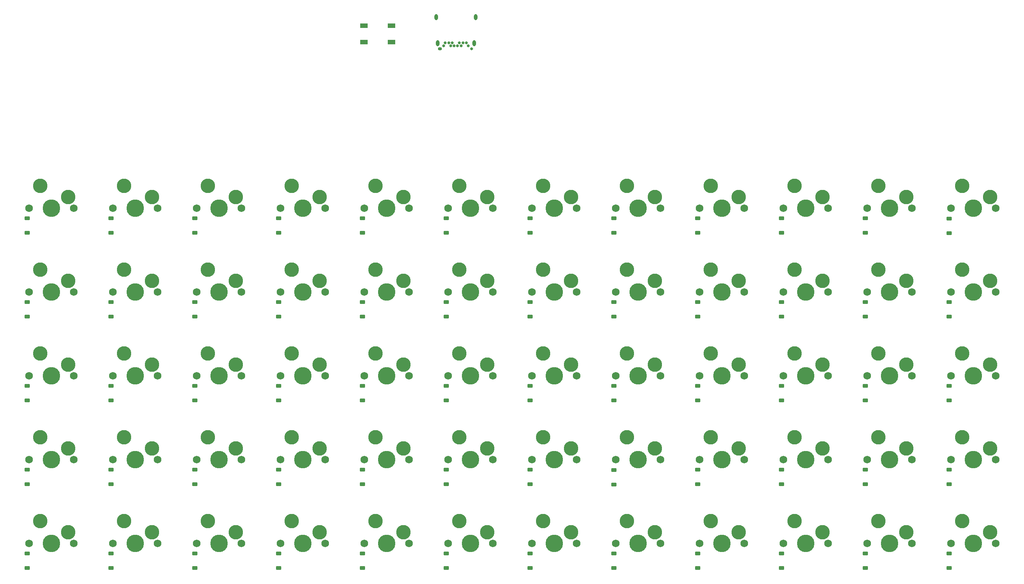
<source format=gbr>
%TF.GenerationSoftware,KiCad,Pcbnew,8.0.4*%
%TF.CreationDate,2024-09-02T18:18:05-04:00*%
%TF.ProjectId,BTKeyboardAttempt,42544b65-7962-46f6-9172-64417474656d,rev?*%
%TF.SameCoordinates,Original*%
%TF.FileFunction,Soldermask,Bot*%
%TF.FilePolarity,Negative*%
%FSLAX46Y46*%
G04 Gerber Fmt 4.6, Leading zero omitted, Abs format (unit mm)*
G04 Created by KiCad (PCBNEW 8.0.4) date 2024-09-02 18:18:05*
%MOMM*%
%LPD*%
G01*
G04 APERTURE LIST*
G04 Aperture macros list*
%AMRoundRect*
0 Rectangle with rounded corners*
0 $1 Rounding radius*
0 $2 $3 $4 $5 $6 $7 $8 $9 X,Y pos of 4 corners*
0 Add a 4 corners polygon primitive as box body*
4,1,4,$2,$3,$4,$5,$6,$7,$8,$9,$2,$3,0*
0 Add four circle primitives for the rounded corners*
1,1,$1+$1,$2,$3*
1,1,$1+$1,$4,$5*
1,1,$1+$1,$6,$7*
1,1,$1+$1,$8,$9*
0 Add four rect primitives between the rounded corners*
20,1,$1+$1,$2,$3,$4,$5,0*
20,1,$1+$1,$4,$5,$6,$7,0*
20,1,$1+$1,$6,$7,$8,$9,0*
20,1,$1+$1,$8,$9,$2,$3,0*%
G04 Aperture macros list end*
%ADD10C,1.750000*%
%ADD11C,3.987800*%
%ADD12C,3.300000*%
%ADD13C,0.650000*%
%ADD14O,0.950000X0.650000*%
%ADD15O,0.800000X1.400000*%
%ADD16RoundRect,0.225000X0.375000X-0.225000X0.375000X0.225000X-0.375000X0.225000X-0.375000X-0.225000X0*%
%ADD17R,1.800000X1.100000*%
G04 APERTURE END LIST*
D10*
%TO.C,MX30*%
X148907500Y-132556250D03*
D11*
X153987500Y-132556250D03*
D10*
X159067500Y-132556250D03*
D12*
X157797500Y-130016250D03*
X151447500Y-127476250D03*
%TD*%
D10*
%TO.C,MX13*%
X91757500Y-94456250D03*
D11*
X96837500Y-94456250D03*
D10*
X101917500Y-94456250D03*
D12*
X100647500Y-91916250D03*
X94297500Y-89376250D03*
%TD*%
D10*
%TO.C,MX23*%
X129857500Y-94456250D03*
D11*
X134937500Y-94456250D03*
D10*
X140017500Y-94456250D03*
D12*
X138747500Y-91916250D03*
X132397500Y-89376250D03*
%TD*%
D10*
%TO.C,MX21*%
X129857500Y-56356250D03*
D11*
X134937500Y-56356250D03*
D10*
X140017500Y-56356250D03*
D12*
X138747500Y-53816250D03*
X132397500Y-51276250D03*
%TD*%
D10*
%TO.C,MX52*%
X244157500Y-75406250D03*
D11*
X249237500Y-75406250D03*
D10*
X254317500Y-75406250D03*
D12*
X253047500Y-72866250D03*
X246697500Y-70326250D03*
%TD*%
D10*
%TO.C,MX16*%
X110807500Y-56356250D03*
D11*
X115887500Y-56356250D03*
D10*
X120967500Y-56356250D03*
D12*
X119697500Y-53816250D03*
X113347500Y-51276250D03*
%TD*%
D10*
%TO.C,MX56*%
X263207500Y-56356250D03*
D11*
X268287500Y-56356250D03*
D10*
X273367500Y-56356250D03*
D12*
X272097500Y-53816250D03*
X265747500Y-51276250D03*
%TD*%
D10*
%TO.C,MX60*%
X263207500Y-132556250D03*
D11*
X268287500Y-132556250D03*
D10*
X273367500Y-132556250D03*
D12*
X272097500Y-130016250D03*
X265747500Y-127476250D03*
%TD*%
D13*
%TO.C,J1*%
X154249996Y-20100000D03*
D14*
X147049996Y-20100000D03*
D13*
X147849996Y-19450000D03*
X148249996Y-18750000D03*
X149049996Y-18750000D03*
X149449996Y-19450000D03*
X149849996Y-18750000D03*
X150249996Y-19450000D03*
X151049996Y-19450000D03*
X151449996Y-18750000D03*
X151849996Y-19450000D03*
X152249996Y-18750000D03*
X153049996Y-18750000D03*
X153449996Y-19450000D03*
D15*
X155139996Y-12900000D03*
X154779996Y-18850000D03*
X146519996Y-18850000D03*
X146159996Y-12900000D03*
%TD*%
D10*
%TO.C,MX6*%
X72707500Y-94456250D03*
D11*
X77787500Y-94456250D03*
D10*
X82867500Y-94456250D03*
D12*
X81597500Y-91916250D03*
X75247500Y-89376250D03*
%TD*%
D10*
%TO.C,MX3*%
X53657500Y-75406250D03*
D11*
X58737500Y-75406250D03*
D10*
X63817500Y-75406250D03*
D12*
X62547500Y-72866250D03*
X56197500Y-70326250D03*
%TD*%
D10*
%TO.C,MX42*%
X206057500Y-75406250D03*
D11*
X211137500Y-75406250D03*
D10*
X216217500Y-75406250D03*
D12*
X214947500Y-72866250D03*
X208597500Y-70326250D03*
%TD*%
D10*
%TO.C,MX45*%
X206057500Y-132556250D03*
D11*
X211137500Y-132556250D03*
D10*
X216217500Y-132556250D03*
D12*
X214947500Y-130016250D03*
X208597500Y-127476250D03*
%TD*%
D10*
%TO.C,MX8*%
X72707500Y-113506250D03*
D11*
X77787500Y-113506250D03*
D10*
X82867500Y-113506250D03*
D12*
X81597500Y-110966250D03*
X75247500Y-108426250D03*
%TD*%
D10*
%TO.C,MX35*%
X167957500Y-132556250D03*
D11*
X173037500Y-132556250D03*
D10*
X178117500Y-132556250D03*
D12*
X176847500Y-130016250D03*
X170497500Y-127476250D03*
%TD*%
D10*
%TO.C,MX36*%
X187007500Y-56356250D03*
D11*
X192087500Y-56356250D03*
D10*
X197167500Y-56356250D03*
D12*
X195897500Y-53816250D03*
X189547500Y-51276250D03*
%TD*%
D10*
%TO.C,MX1*%
X53657500Y-56356250D03*
D11*
X58737500Y-56356250D03*
D10*
X63817500Y-56356250D03*
D12*
X62547500Y-53816250D03*
X56197500Y-51276250D03*
%TD*%
D10*
%TO.C,MX55*%
X244157500Y-132556250D03*
D11*
X249237500Y-132556250D03*
D10*
X254317500Y-132556250D03*
D12*
X253047500Y-130016250D03*
X246697500Y-127476250D03*
%TD*%
D10*
%TO.C,MX9*%
X53657500Y-132556250D03*
D11*
X58737500Y-132556250D03*
D10*
X63817500Y-132556250D03*
D12*
X62547500Y-130016250D03*
X56197500Y-127476250D03*
%TD*%
D10*
%TO.C,MX39*%
X187007500Y-113506250D03*
D11*
X192087500Y-113506250D03*
D10*
X197167500Y-113506250D03*
D12*
X195897500Y-110966250D03*
X189547500Y-108426250D03*
%TD*%
D10*
%TO.C,MX11*%
X91757500Y-56356250D03*
D11*
X96837500Y-56356250D03*
D10*
X101917500Y-56356250D03*
D12*
X100647500Y-53816250D03*
X94297500Y-51276250D03*
%TD*%
D10*
%TO.C,MX24*%
X129857500Y-113506250D03*
D11*
X134937500Y-113506250D03*
D10*
X140017500Y-113506250D03*
D12*
X138747500Y-110966250D03*
X132397500Y-108426250D03*
%TD*%
D10*
%TO.C,MX37*%
X187007500Y-75406250D03*
D11*
X192087500Y-75406250D03*
D10*
X197167500Y-75406250D03*
D12*
X195897500Y-72866250D03*
X189547500Y-70326250D03*
%TD*%
D10*
%TO.C,MX32*%
X167957500Y-75406250D03*
D11*
X173037500Y-75406250D03*
D10*
X178117500Y-75406250D03*
D12*
X176847500Y-72866250D03*
X170497500Y-70326250D03*
%TD*%
D10*
%TO.C,MX20*%
X110807500Y-132556250D03*
D11*
X115887500Y-132556250D03*
D10*
X120967500Y-132556250D03*
D12*
X119697500Y-130016250D03*
X113347500Y-127476250D03*
%TD*%
D10*
%TO.C,MX48*%
X225107500Y-94456250D03*
D11*
X230187500Y-94456250D03*
D10*
X235267500Y-94456250D03*
D12*
X233997500Y-91916250D03*
X227647500Y-89376250D03*
%TD*%
D10*
%TO.C,MX33*%
X167957500Y-94456250D03*
D11*
X173037500Y-94456250D03*
D10*
X178117500Y-94456250D03*
D12*
X176847500Y-91916250D03*
X170497500Y-89376250D03*
%TD*%
D10*
%TO.C,MX2*%
X72707500Y-56356250D03*
D11*
X77787500Y-56356250D03*
D10*
X82867500Y-56356250D03*
D12*
X81597500Y-53816250D03*
X75247500Y-51276250D03*
%TD*%
D10*
%TO.C,MX15*%
X91757500Y-132556250D03*
D11*
X96837500Y-132556250D03*
D10*
X101917500Y-132556250D03*
D12*
X100647500Y-130016250D03*
X94297500Y-127476250D03*
%TD*%
D10*
%TO.C,MX5*%
X53657500Y-94456250D03*
D11*
X58737500Y-94456250D03*
D10*
X63817500Y-94456250D03*
D12*
X62547500Y-91916250D03*
X56197500Y-89376250D03*
%TD*%
D10*
%TO.C,MX53*%
X244157500Y-94456250D03*
D11*
X249237500Y-94456250D03*
D10*
X254317500Y-94456250D03*
D12*
X253047500Y-91916250D03*
X246697500Y-89376250D03*
%TD*%
D10*
%TO.C,MX46*%
X225107500Y-56356250D03*
D11*
X230187500Y-56356250D03*
D10*
X235267500Y-56356250D03*
D12*
X233997500Y-53816250D03*
X227647500Y-51276250D03*
%TD*%
D10*
%TO.C,MX57*%
X263207500Y-75406250D03*
D11*
X268287500Y-75406250D03*
D10*
X273367500Y-75406250D03*
D12*
X272097500Y-72866250D03*
X265747500Y-70326250D03*
%TD*%
D10*
%TO.C,MX31*%
X167957500Y-56356250D03*
D11*
X173037500Y-56356250D03*
D10*
X178117500Y-56356250D03*
D12*
X176847500Y-53816250D03*
X170497500Y-51276250D03*
%TD*%
D10*
%TO.C,MX25*%
X129857500Y-132556250D03*
D11*
X134937500Y-132556250D03*
D10*
X140017500Y-132556250D03*
D12*
X138747500Y-130016250D03*
X132397500Y-127476250D03*
%TD*%
D10*
%TO.C,MX41*%
X206057500Y-56356250D03*
D11*
X211137500Y-56356250D03*
D10*
X216217500Y-56356250D03*
D12*
X214947500Y-53816250D03*
X208597500Y-51276250D03*
%TD*%
D10*
%TO.C,MX7*%
X53657500Y-113506250D03*
D11*
X58737500Y-113506250D03*
D10*
X63817500Y-113506250D03*
D12*
X62547500Y-110966250D03*
X56197500Y-108426250D03*
%TD*%
D10*
%TO.C,MX27*%
X148907500Y-75406250D03*
D11*
X153987500Y-75406250D03*
D10*
X159067500Y-75406250D03*
D12*
X157797500Y-72866250D03*
X151447500Y-70326250D03*
%TD*%
D10*
%TO.C,MX18*%
X110807500Y-94456250D03*
D11*
X115887500Y-94456250D03*
D10*
X120967500Y-94456250D03*
D12*
X119697500Y-91916250D03*
X113347500Y-89376250D03*
%TD*%
D10*
%TO.C,MX50*%
X225107500Y-132556250D03*
D11*
X230187500Y-132556250D03*
D10*
X235267500Y-132556250D03*
D12*
X233997500Y-130016250D03*
X227647500Y-127476250D03*
%TD*%
D10*
%TO.C,MX51*%
X244157500Y-56356250D03*
D11*
X249237500Y-56356250D03*
D10*
X254317500Y-56356250D03*
D12*
X253047500Y-53816250D03*
X246697500Y-51276250D03*
%TD*%
D10*
%TO.C,MX40*%
X187007500Y-132556250D03*
D11*
X192087500Y-132556250D03*
D10*
X197167500Y-132556250D03*
D12*
X195897500Y-130016250D03*
X189547500Y-127476250D03*
%TD*%
D10*
%TO.C,MX12*%
X91757500Y-75406250D03*
D11*
X96837500Y-75406250D03*
D10*
X101917500Y-75406250D03*
D12*
X100647500Y-72866250D03*
X94297500Y-70326250D03*
%TD*%
D10*
%TO.C,MX47*%
X225107500Y-75406250D03*
D11*
X230187500Y-75406250D03*
D10*
X235267500Y-75406250D03*
D12*
X233997500Y-72866250D03*
X227647500Y-70326250D03*
%TD*%
D10*
%TO.C,MX58*%
X263207500Y-94456250D03*
D11*
X268287500Y-94456250D03*
D10*
X273367500Y-94456250D03*
D12*
X272097500Y-91916250D03*
X265747500Y-89376250D03*
%TD*%
D10*
%TO.C,MX59*%
X263207500Y-113506250D03*
D11*
X268287500Y-113506250D03*
D10*
X273367500Y-113506250D03*
D12*
X272097500Y-110966250D03*
X265747500Y-108426250D03*
%TD*%
D10*
%TO.C,MX43*%
X206057500Y-94456250D03*
D11*
X211137500Y-94456250D03*
D10*
X216217500Y-94456250D03*
D12*
X214947500Y-91916250D03*
X208597500Y-89376250D03*
%TD*%
D10*
%TO.C,MX54*%
X244157500Y-113506250D03*
D11*
X249237500Y-113506250D03*
D10*
X254317500Y-113506250D03*
D12*
X253047500Y-110966250D03*
X246697500Y-108426250D03*
%TD*%
D10*
%TO.C,MX19*%
X110807500Y-113506250D03*
D11*
X115887500Y-113506250D03*
D10*
X120967500Y-113506250D03*
D12*
X119697500Y-110966250D03*
X113347500Y-108426250D03*
%TD*%
D10*
%TO.C,MX14*%
X91757500Y-113506250D03*
D11*
X96837500Y-113506250D03*
D10*
X101917500Y-113506250D03*
D12*
X100647500Y-110966250D03*
X94297500Y-108426250D03*
%TD*%
D10*
%TO.C,MX22*%
X129857500Y-75406250D03*
D11*
X134937500Y-75406250D03*
D10*
X140017500Y-75406250D03*
D12*
X138747500Y-72866250D03*
X132397500Y-70326250D03*
%TD*%
D10*
%TO.C,MX26*%
X148907500Y-56356250D03*
D11*
X153987500Y-56356250D03*
D10*
X159067500Y-56356250D03*
D12*
X157797500Y-53816250D03*
X151447500Y-51276250D03*
%TD*%
D10*
%TO.C,MX28*%
X148907500Y-94456250D03*
D11*
X153987500Y-94456250D03*
D10*
X159067500Y-94456250D03*
D12*
X157797500Y-91916250D03*
X151447500Y-89376250D03*
%TD*%
D10*
%TO.C,MX49*%
X225107500Y-113506250D03*
D11*
X230187500Y-113506250D03*
D10*
X235267500Y-113506250D03*
D12*
X233997500Y-110966250D03*
X227647500Y-108426250D03*
%TD*%
D10*
%TO.C,MX44*%
X206057500Y-113506250D03*
D11*
X211137500Y-113506250D03*
D10*
X216217500Y-113506250D03*
D12*
X214947500Y-110966250D03*
X208597500Y-108426250D03*
%TD*%
D10*
%TO.C,MX4*%
X72707500Y-75406250D03*
D11*
X77787500Y-75406250D03*
D10*
X82867500Y-75406250D03*
D12*
X81597500Y-72866250D03*
X75247500Y-70326250D03*
%TD*%
D10*
%TO.C,MX38*%
X187007500Y-94456250D03*
D11*
X192087500Y-94456250D03*
D10*
X197167500Y-94456250D03*
D12*
X195897500Y-91916250D03*
X189547500Y-89376250D03*
%TD*%
D10*
%TO.C,MX29*%
X148907500Y-113506250D03*
D11*
X153987500Y-113506250D03*
D10*
X159067500Y-113506250D03*
D12*
X157797500Y-110966250D03*
X151447500Y-108426250D03*
%TD*%
D10*
%TO.C,MX10*%
X72707500Y-132556250D03*
D11*
X77787500Y-132556250D03*
D10*
X82867500Y-132556250D03*
D12*
X81597500Y-130016250D03*
X75247500Y-127476250D03*
%TD*%
D10*
%TO.C,MX34*%
X167957500Y-113506250D03*
D11*
X173037500Y-113506250D03*
D10*
X178117500Y-113506250D03*
D12*
X176847500Y-110966250D03*
X170497500Y-108426250D03*
%TD*%
D10*
%TO.C,MX17*%
X110807500Y-75406250D03*
D11*
X115887500Y-75406250D03*
D10*
X120967500Y-75406250D03*
D12*
X119697500Y-72866250D03*
X113347500Y-70326250D03*
%TD*%
D16*
%TO.C,D11*%
X91281250Y-61975000D03*
X91281250Y-58675000D03*
%TD*%
%TO.C,D3*%
X53181250Y-80962500D03*
X53181250Y-77662500D03*
%TD*%
%TO.C,D28*%
X148431250Y-100012500D03*
X148431250Y-96712500D03*
%TD*%
%TO.C,D32*%
X167481250Y-80962500D03*
X167481250Y-77662500D03*
%TD*%
%TO.C,D12*%
X91281250Y-80962500D03*
X91281250Y-77662500D03*
%TD*%
%TO.C,D43*%
X205581250Y-100075000D03*
X205581250Y-96775000D03*
%TD*%
%TO.C,D40*%
X186531250Y-138112500D03*
X186531250Y-134812500D03*
%TD*%
%TO.C,D38*%
X186531250Y-100075000D03*
X186531250Y-96775000D03*
%TD*%
%TO.C,D49*%
X224631250Y-119062500D03*
X224631250Y-115762500D03*
%TD*%
%TO.C,D51*%
X243681250Y-61912500D03*
X243681250Y-58612500D03*
%TD*%
%TO.C,D53*%
X243681250Y-100012500D03*
X243681250Y-96712500D03*
%TD*%
%TO.C,D60*%
X262731250Y-138112500D03*
X262731250Y-134812500D03*
%TD*%
%TO.C,D5*%
X53181250Y-100012500D03*
X53181250Y-96712500D03*
%TD*%
%TO.C,D14*%
X91281250Y-119125000D03*
X91281250Y-115825000D03*
%TD*%
%TO.C,D50*%
X224631250Y-138175000D03*
X224631250Y-134875000D03*
%TD*%
%TO.C,D48*%
X224631250Y-100075000D03*
X224631250Y-96775000D03*
%TD*%
%TO.C,D10*%
X72231250Y-138175000D03*
X72231250Y-134875000D03*
%TD*%
%TO.C,D7*%
X53181250Y-119062500D03*
X53181250Y-115762500D03*
%TD*%
%TO.C,D26*%
X148431250Y-61912500D03*
X148431250Y-58612500D03*
%TD*%
%TO.C,D15*%
X91281250Y-138112500D03*
X91281250Y-134812500D03*
%TD*%
%TO.C,D9*%
X53181250Y-138175000D03*
X53181250Y-134875000D03*
%TD*%
%TO.C,D59*%
X262731250Y-119062500D03*
X262731250Y-115762500D03*
%TD*%
%TO.C,D19*%
X110331250Y-119062500D03*
X110331250Y-115762500D03*
%TD*%
%TO.C,D36*%
X186531250Y-61975000D03*
X186531250Y-58675000D03*
%TD*%
%TO.C,D22*%
X129381250Y-80962500D03*
X129381250Y-77662500D03*
%TD*%
%TO.C,D25*%
X129381250Y-138112500D03*
X129381250Y-134812500D03*
%TD*%
%TO.C,D23*%
X129381250Y-100012500D03*
X129381250Y-96712500D03*
%TD*%
%TO.C,D6*%
X72231250Y-100012500D03*
X72231250Y-96712500D03*
%TD*%
%TO.C,D2*%
X72231250Y-61975000D03*
X72231250Y-58675000D03*
%TD*%
%TO.C,D8*%
X72231250Y-119062500D03*
X72231250Y-115762500D03*
%TD*%
%TO.C,D4*%
X72231250Y-80962500D03*
X72231250Y-77662500D03*
%TD*%
%TO.C,D41*%
X205581250Y-61975000D03*
X205581250Y-58675000D03*
%TD*%
%TO.C,D16*%
X110331250Y-61975000D03*
X110331250Y-58675000D03*
%TD*%
%TO.C,D35*%
X167481250Y-138112500D03*
X167481250Y-134812500D03*
%TD*%
%TO.C,D45*%
X205581250Y-138112500D03*
X205581250Y-134812500D03*
%TD*%
%TO.C,D31*%
X167481250Y-61912500D03*
X167481250Y-58612500D03*
%TD*%
%TO.C,D1*%
X53181250Y-61975000D03*
X53181250Y-58675000D03*
%TD*%
%TO.C,D44*%
X205581250Y-119062500D03*
X205581250Y-115762500D03*
%TD*%
%TO.C,D18*%
X110331250Y-100012500D03*
X110331250Y-96712500D03*
%TD*%
%TO.C,D55*%
X243681250Y-138112500D03*
X243681250Y-134812500D03*
%TD*%
%TO.C,D39*%
X186531250Y-119187500D03*
X186531250Y-115887500D03*
%TD*%
%TO.C,D21*%
X129381250Y-61912500D03*
X129381250Y-58612500D03*
%TD*%
%TO.C,D13*%
X91281250Y-100012500D03*
X91281250Y-96712500D03*
%TD*%
%TO.C,D56*%
X262731250Y-62037500D03*
X262731250Y-58737500D03*
%TD*%
%TO.C,D37*%
X186531250Y-80962500D03*
X186531250Y-77662500D03*
%TD*%
%TO.C,D20*%
X110331250Y-138112500D03*
X110331250Y-134812500D03*
%TD*%
%TO.C,D29*%
X148431250Y-119062500D03*
X148431250Y-115762500D03*
%TD*%
%TO.C,D30*%
X148431250Y-138112500D03*
X148431250Y-134812500D03*
%TD*%
%TO.C,D52*%
X243681250Y-81025000D03*
X243681250Y-77725000D03*
%TD*%
D17*
%TO.C,SW1*%
X136000000Y-14881250D03*
X129800000Y-18581250D03*
X136000000Y-18581250D03*
X129800000Y-14881250D03*
%TD*%
D16*
%TO.C,D57*%
X262731250Y-80962500D03*
X262731250Y-77662500D03*
%TD*%
%TO.C,D42*%
X205581250Y-80962500D03*
X205581250Y-77662500D03*
%TD*%
%TO.C,D47*%
X224631250Y-80962500D03*
X224631250Y-77662500D03*
%TD*%
%TO.C,D27*%
X148431250Y-80962500D03*
X148431250Y-77662500D03*
%TD*%
%TO.C,D58*%
X262731250Y-100075000D03*
X262731250Y-96775000D03*
%TD*%
%TO.C,D24*%
X129381250Y-119062500D03*
X129381250Y-115762500D03*
%TD*%
%TO.C,D46*%
X224631250Y-61912500D03*
X224631250Y-58612500D03*
%TD*%
%TO.C,D17*%
X110331250Y-81025000D03*
X110331250Y-77725000D03*
%TD*%
%TO.C,D54*%
X243681250Y-119062500D03*
X243681250Y-115762500D03*
%TD*%
%TO.C,D34*%
X167481250Y-119062500D03*
X167481250Y-115762500D03*
%TD*%
%TO.C,D33*%
X167481250Y-100012500D03*
X167481250Y-96712500D03*
%TD*%
M02*

</source>
